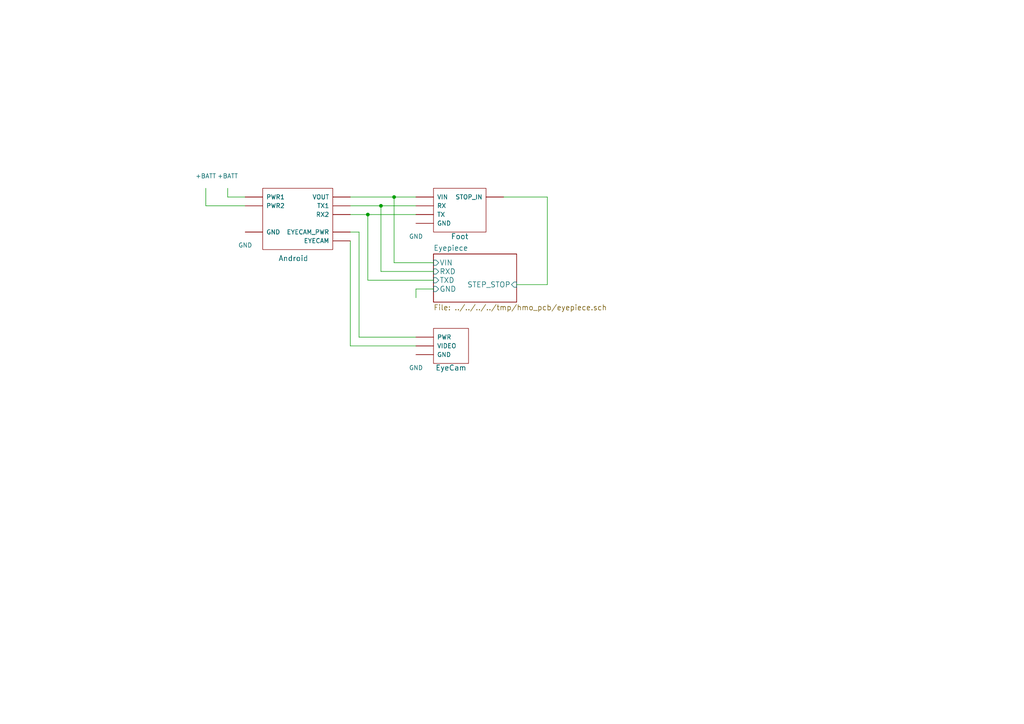
<source format=kicad_sch>
(kicad_sch (version 20230121) (generator eeschema)
  (paper "A4")
  (lib_symbols
    (symbol "top:Android" (pin_names (offset 1.016))
      (property "Reference" "U" (at 0 8.89 0))
      (property "Value" "Android" (at 0 -11.43 0))
      (symbol "Android_0_1"
        (rectangle (start -8.89 7.62) (end 11.43 -10.16))
      )
      (symbol "Android_1_1"
        (pin input line (at 16.51 -7.62 180) (length 5.08) (name "EYECAM") (number "~"))
        (pin power_out line (at 16.51 -5.08 180) (length 5.08) (name "EYECAM_PWR") (number "~"))
        (pin power_in line (at -13.97 -5.08 0) (length 5.08) (name "GND") (number "~"))
        (pin power_in line (at -13.97 5.08 0) (length 5.08) (name "PWR1") (number "~"))
        (pin power_in line (at -13.97 2.54 0) (length 5.08) (name "PWR2") (number "~"))
        (pin input line (at 16.51 0 180) (length 5.08) (name "RX2") (number "~"))
        (pin output line (at 16.51 2.54 180) (length 5.08) (name "TX1") (number "~"))
        (pin power_out line (at 16.51 5.08 180) (length 5.08) (name "VOUT") (number "~"))
      )
    )
    (symbol "top:EyeCam" (pin_names (offset 1.016))
      (property "Value" "EyeCam" (at 0 -7.62 0))
      (symbol "EyeCam_0_1"
        (rectangle (start -5.08 3.81) (end 5.08 -6.35))
      )
      (symbol "EyeCam_1_1"
        (pin power_in line (at -10.16 -3.81 0) (length 5.08) (name "GND") (number "~"))
        (pin power_in line (at -10.16 1.27 0) (length 5.08) (name "PWR") (number "~"))
        (pin output line (at -10.16 -1.27 0) (length 5.08) (name "VIDEO") (number "~"))
      )
    )
    (symbol "top:Foot" (pin_names (offset 1.016))
      (property "Reference" "U" (at 0 7.62 0))
      (property "Value" "Foot" (at 0 -7.62 0))
      (symbol "Foot_0_1"
        (rectangle (start -7.62 6.35) (end 7.62 -6.35))
      )
      (symbol "Foot_1_1"
        (pin power_out line (at -12.7 -3.81 0) (length 5.08) (name "GND") (number "~"))
        (pin input line (at -12.7 1.27 0) (length 5.08) (name "RX") (number "~"))
        (pin output line (at 12.7 3.81 180) (length 5.08) (name "STOP_IN") (number "~"))
        (pin output line (at -12.7 -1.27 0) (length 5.08) (name "TX") (number "~"))
        (pin power_out line (at -12.7 3.81 0) (length 5.08) (name "VIN") (number "~"))
      )
    )
  )
  (junction (at 110.49 59.69))
  (junction (at 114.3 57.15))
  (junction (at 106.68 62.23))
  (wire (pts (xy 59.69 54.61) (xy 59.69 59.69)))
  (wire (pts (xy 106.68 81.28) (xy 106.68 62.23)))
  (wire (pts (xy 110.49 59.69) (xy 120.65 59.69)))
  (wire (pts (xy 104.14 97.79) (xy 120.65 97.79)))
  (wire (pts (xy 106.68 81.28) (xy 125.73 81.28)))
  (wire (pts (xy 66.04 54.61) (xy 66.04 57.15)))
  (wire (pts (xy 114.3 57.15) (xy 114.3 76.2)))
  (wire (pts (xy 101.6 100.33) (xy 120.65 100.33)))
  (wire (pts (xy 110.49 78.74) (xy 125.73 78.74)))
  (wire (pts (xy 114.3 57.15) (xy 120.65 57.15)))
  (wire (pts (xy 106.68 62.23) (xy 120.65 62.23)))
  (wire (pts (xy 101.6 57.15) (xy 114.3 57.15)))
  (wire (pts (xy 120.65 86.36) (xy 120.65 83.82)))
  (wire (pts (xy 158.75 82.55) (xy 149.86 82.55)))
  (wire (pts (xy 101.6 59.69) (xy 110.49 59.69)))
  (wire (pts (xy 101.6 62.23) (xy 106.68 62.23)))
  (wire (pts (xy 158.75 57.15) (xy 158.75 82.55)))
  (wire (pts (xy 110.49 78.74) (xy 110.49 59.69)))
  (wire (pts (xy 120.65 83.82) (xy 125.73 83.82)))
  (wire (pts (xy 114.3 76.2) (xy 125.73 76.2)))
  (wire (pts (xy 101.6 69.85) (xy 101.6 100.33)))
  (wire (pts (xy 101.6 67.31) (xy 104.14 67.31)))
  (wire (pts (xy 104.14 67.31) (xy 104.14 97.79)))
  (wire (pts (xy 59.69 59.69) (xy 71.12 59.69)))
  (wire (pts (xy 66.04 57.15) (xy 71.12 57.15)))
  (wire (pts (xy 146.05 57.15) (xy 158.75 57.15)))
  (symbol (lib_id "top:Android") (at 85.09 62.23 0) (unit 1)
    (property "Reference" "U1" (effects hide))
    (property "Value" "Android" (at 85.09 74.93 0) (effects (font (size 1.524 1.524))))
  )
  (symbol (lib_id "+BATT") (at 66.04 54.61 0) (unit 1)
    (property "Reference" "#PWR2" (effects hide))
    (property "Value" "+BATT" (at 66.04 51.054 0))
  )
  (symbol (lib_id "+BATT") (at 59.69 54.61 0) (unit 1)
    (property "Reference" "#PWR1" (effects hide))
    (property "Value" "+BATT" (at 59.69 51.054 0))
  )
  (symbol (lib_id "GND") (at 71.12 67.31 0) (unit 1)
    (property "Reference" "#PWR3" (effects hide))
    (property "Value" "GND" (at 71.12 71.12 0))
  )
  (symbol (lib_id "GND") (at 120.65 64.77 0) (unit 1)
    (property "Reference" "#PWR4" (effects hide))
    (property "Value" "GND" (at 120.65 68.58 0))
  )
  (symbol (lib_id "top:Foot") (at 133.35 60.96 0) (unit 1)
    (property "Reference" "U3" (effects hide))
    (property "Value" "Foot" (at 133.35 68.58 0) (effects (font (size 1.524 1.524))))
  )
  (symbol (lib_id "GND") (at 120.65 86.36 0) (unit 1)
    (property "Reference" "#PWR5" (effects hide))
    (property "Value" "GND" (at 120.65 90.17 0))
  )
  (symbol (lib_id "top:EyeCam") (at 130.81 99.06 0) (unit 1)
    (property "Reference" "U2" (effects hide))
    (property "Value" "EyeCam" (at 130.81 106.68 0) (effects (font (size 1.524 1.524))))
  )
  (symbol (lib_id "GND") (at 120.65 102.87 0) (unit 1)
    (property "Reference" "#PWR6" (effects hide))
    (property "Value" "GND" (at 120.65 106.68 0))
  )
  (sheet (at 125.73 73.66) (size 24.13 13.97)
    (property "Sheetname" "Eyepiece" (at 125.73 72.8214 0) (effects (font (size 1.524 1.524)) (justify left bottom)))
    (property "Sheetfile" "../../../../tmp/hmo_pcb/eyepiece.sch" (at 125.73 88.3162 0) (effects (font (size 1.524 1.524)) (justify left top)))
    (pin "VIN" input (at 125.73 76.2 180) (effects (font (size 1.524 1.524))))
    (pin "GND" input (at 125.73 83.82 180) (effects (font (size 1.524 1.524))))
    (pin "RXD" input (at 125.73 78.74 180) (effects (font (size 1.524 1.524))))
    (pin "TXD" input (at 125.73 81.28 180) (effects (font (size 1.524 1.524))))
    (pin "STEP_STOP" input (at 149.86 82.55 0) (effects (font (size 1.524 1.524))))
  )
)
</source>
